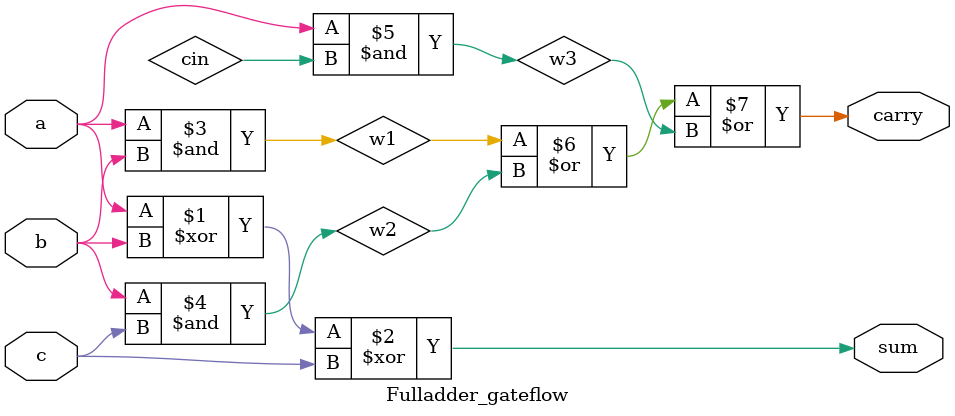
<source format=v>
`timescale 1ns / 1ps
module Fulladder_gateflow(a,b,c,sum,carry);
input a,b,c;
output sum,carry;
wire w1,w2,w3;
xor X1(sum,a,b,c);
and A1(w1,a,b);
and A2(w2,b,c);
and A3(w3,a,cin);
or O1(carry,w1,w2,w3);
endmodule

</source>
